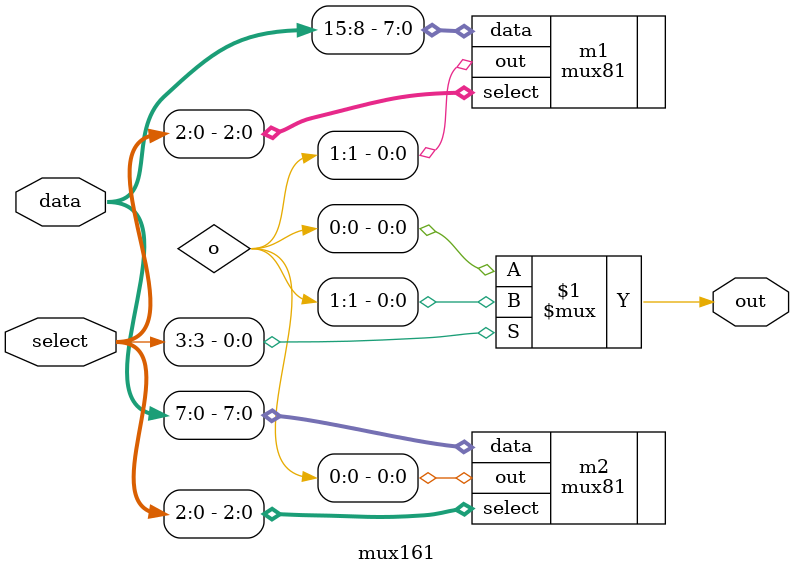
<source format=v>
`timescale 1ns / 1ps


module mux161(
data,
select,
out
);
input [15:0] data;
input [3:0] select;
output out;

wire [1:0] o;

mux81 m1(
.data(data[15:8]),
.select(select[2:0]),
.out(o[1])
);

mux81 m2(
.data(data[7:0]),
.select(select[2:0]),
.out(o[0])
);

assign out = select[3] ? o[1] : o[0];

endmodule

</source>
